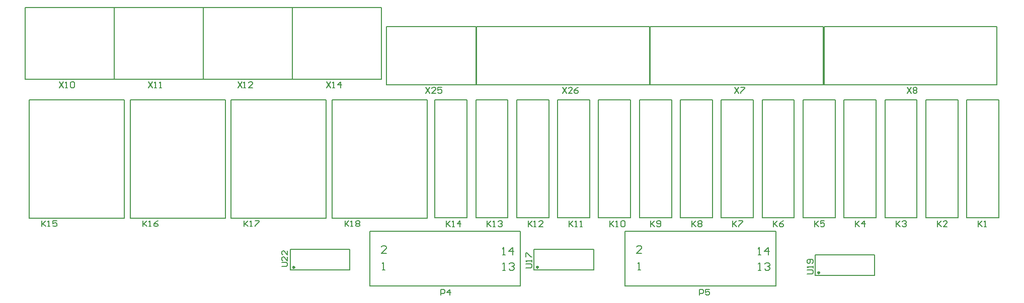
<source format=gbr>
%FSTAX42Y42*%
%MOMM*%
%SFA1B1*%

%IPPOS*%
%ADD24C,0.250000*%
%ADD25C,0.200000*%
%ADD26C,0.200000*%
%LNpcb_monitoring_bott_back-1*%
%LPD*%
G54D24*
X00053Y000076D02*
D01*
X00053Y000077*
X00053Y000078*
X00053Y000079*
X00053Y00008*
X00053Y000081*
X000529Y000081*
X000529Y000082*
X000529Y000083*
X000528Y000084*
X000528Y000084*
X000527Y000085*
X000527Y000085*
X000526Y000086*
X000525Y000086*
X000524Y000087*
X000524Y000087*
X000523Y000088*
X000522Y000088*
X000521Y000088*
X000521Y000088*
X00052Y000088*
X000519Y000088*
X000518*
X000517Y000088*
X000516Y000088*
X000516Y000088*
X000515Y000088*
X000514Y000088*
X000513Y000087*
X000512Y000087*
X000512Y000086*
X000511Y000086*
X00051Y000085*
X00051Y000085*
X000509Y000084*
X000509Y000084*
X000508Y000083*
X000508Y000082*
X000508Y000081*
X000507Y000081*
X000507Y00008*
X000507Y000079*
X000507Y000078*
X000507Y000077*
X000506Y000076*
X000507Y000076*
X000507Y000075*
X000507Y000074*
X000507Y000073*
X000507Y000072*
X000508Y000072*
X000508Y000071*
X000508Y00007*
X000509Y000069*
X000509Y000069*
X00051Y000068*
X00051Y000068*
X000511Y000067*
X000512Y000067*
X000512Y000066*
X000513Y000066*
X000514Y000065*
X000515Y000065*
X000516Y000065*
X000516Y000065*
X000517Y000065*
X000518Y000065*
X000519*
X00052Y000065*
X000521Y000065*
X000521Y000065*
X000522Y000065*
X000523Y000065*
X000524Y000066*
X000524Y000066*
X000525Y000067*
X000526Y000067*
X000527Y000068*
X000527Y000068*
X000528Y000069*
X000528Y000069*
X000529Y00007*
X000529Y000071*
X000529Y000072*
X00053Y000072*
X00053Y000073*
X00053Y000074*
X00053Y000075*
X00053Y000076*
X00053Y000076*
X00463D02*
D01*
X00463Y000077*
X00463Y000078*
X00463Y000079*
X00463Y00008*
X00463Y000081*
X004629Y000081*
X004629Y000082*
X004629Y000083*
X004628Y000084*
X004628Y000084*
X004627Y000085*
X004627Y000085*
X004626Y000086*
X004625Y000086*
X004624Y000087*
X004624Y000087*
X004623Y000088*
X004622Y000088*
X004621Y000088*
X004621Y000088*
X00462Y000088*
X004619Y000088*
X004618*
X004617Y000088*
X004616Y000088*
X004616Y000088*
X004615Y000088*
X004614Y000088*
X004613Y000087*
X004612Y000087*
X004612Y000086*
X004611Y000086*
X00461Y000085*
X00461Y000085*
X004609Y000084*
X004609Y000084*
X004608Y000083*
X004608Y000082*
X004608Y000081*
X004607Y000081*
X004607Y00008*
X004607Y000079*
X004607Y000078*
X004607Y000077*
X004606Y000076*
X004607Y000076*
X004607Y000075*
X004607Y000074*
X004607Y000073*
X004607Y000072*
X004608Y000072*
X004608Y000071*
X004608Y00007*
X004609Y000069*
X004609Y000069*
X00461Y000068*
X00461Y000068*
X004611Y000067*
X004612Y000067*
X004612Y000066*
X004613Y000066*
X004614Y000065*
X004615Y000065*
X004616Y000065*
X004616Y000065*
X004617Y000065*
X004618Y000065*
X004619*
X00462Y000065*
X004621Y000065*
X004621Y000065*
X004622Y000065*
X004623Y000065*
X004624Y000066*
X004624Y000066*
X004625Y000067*
X004626Y000067*
X004627Y000068*
X004627Y000068*
X004628Y000069*
X004628Y000069*
X004629Y00007*
X004629Y000071*
X004629Y000072*
X00463Y000072*
X00463Y000073*
X00463Y000074*
X00463Y000075*
X00463Y000076*
X00463Y000076*
X009363Y-000017D02*
D01*
X009363Y-000017*
X009363Y-000016*
X009363Y-000015*
X009363Y-000014*
X009363Y-000013*
X009362Y-000013*
X009362Y-000012*
X009362Y-000011*
X009361Y-00001*
X009361Y-00001*
X00936Y-000009*
X00936Y-000009*
X009359Y-000008*
X009358Y-000008*
X009357Y-000007*
X009357Y-000007*
X009356Y-000006*
X009355Y-000006*
X009354Y-000006*
X009354Y-000006*
X009353Y-000006*
X009352Y-000006*
X009351*
X00935Y-000006*
X009349Y-000006*
X009349Y-000006*
X009348Y-000006*
X009347Y-000006*
X009346Y-000007*
X009345Y-000007*
X009345Y-000008*
X009344Y-000008*
X009343Y-000009*
X009343Y-000009*
X009342Y-00001*
X009342Y-00001*
X009341Y-000011*
X009341Y-000012*
X009341Y-000013*
X00934Y-000013*
X00934Y-000014*
X00934Y-000015*
X00934Y-000016*
X00934Y-000017*
X009339Y-000017*
X00934Y-000018*
X00934Y-000019*
X00934Y-00002*
X00934Y-000021*
X00934Y-000022*
X009341Y-000022*
X009341Y-000023*
X009341Y-000024*
X009342Y-000025*
X009342Y-000025*
X009343Y-000026*
X009343Y-000026*
X009344Y-000027*
X009345Y-000027*
X009345Y-000028*
X009346Y-000028*
X009347Y-000029*
X009348Y-000029*
X009349Y-000029*
X009349Y-000029*
X00935Y-000029*
X009351Y-000029*
X009352*
X009353Y-000029*
X009354Y-000029*
X009354Y-000029*
X009355Y-000029*
X009356Y-000029*
X009357Y-000028*
X009357Y-000028*
X009358Y-000027*
X009359Y-000027*
X00936Y-000026*
X00936Y-000026*
X009361Y-000025*
X009361Y-000025*
X009362Y-000024*
X009362Y-000023*
X009362Y-000022*
X009363Y-000022*
X009363Y-000021*
X009363Y-00002*
X009363Y-000019*
X009363Y-000018*
X009363Y-000017*
G54D25*
X001999Y003242D02*
Y004452D01*
X000499D02*
X001999D01*
X000499Y003242D02*
Y004452D01*
Y003242D02*
X001999D01*
X000499D02*
Y004452D01*
X-000999D02*
X000499D01*
X-000999Y003242D02*
Y004452D01*
Y003242D02*
X000499D01*
X-000999D02*
Y004452D01*
X-002499D02*
X-000999D01*
X-002499Y003242D02*
Y004452D01*
Y003242D02*
X-000999D01*
X-002499D02*
Y004452D01*
X-003999D02*
X-002499D01*
X-003999Y003242D02*
Y004452D01*
Y003242D02*
X-002499D01*
X001168Y000901D02*
Y002901D01*
X002768*
Y000901D02*
Y002901D01*
X001168Y000901D02*
X002768D01*
X-00053D02*
Y002901D01*
X001068*
Y000901D02*
Y002901D01*
X-00053Y000901D02*
X001068D01*
X-00223D02*
Y002901D01*
X-00063*
Y000901D02*
Y002901D01*
X-00223Y000901D02*
X-00063D01*
X-00393D02*
Y002901D01*
X-00233*
Y000901D02*
Y002901D01*
X-00393Y000901D02*
X-00233D01*
X003438Y000906D02*
Y002896D01*
X002898Y000906D02*
X003438D01*
X002898Y002896D02*
X003438D01*
X002898Y000906D02*
Y002896D01*
X004126Y000906D02*
Y002896D01*
X003586Y000906D02*
X004126D01*
X003586Y002896D02*
X004126D01*
X003586Y000906D02*
Y002896D01*
X004815Y000906D02*
Y002896D01*
X004275Y000906D02*
X004815D01*
X004275Y002896D02*
X004815D01*
X004275Y000906D02*
Y002896D01*
X005503Y000906D02*
Y002896D01*
X004963Y000906D02*
X005503D01*
X004963Y002896D02*
X005503D01*
X004963Y000906D02*
Y002896D01*
X006191Y000906D02*
Y002896D01*
X005651Y000906D02*
X006191D01*
X005651Y002896D02*
X006191D01*
X005651Y000906D02*
Y002896D01*
X00688Y000906D02*
Y002896D01*
X00634Y000906D02*
X00688D01*
X00634Y002896D02*
X00688D01*
X00634Y000906D02*
Y002896D01*
X007568Y000906D02*
Y002896D01*
X007028Y000906D02*
X007568D01*
X007028Y002896D02*
X007568D01*
X007028Y000906D02*
Y002896D01*
X008257Y000906D02*
Y002896D01*
X007717Y000906D02*
X008257D01*
X007717Y002896D02*
X008257D01*
X007717Y000906D02*
Y002896D01*
X009634Y000906D02*
Y002896D01*
X009094Y000906D02*
X009634D01*
X009094Y002896D02*
X009634D01*
X009094Y000906D02*
Y002896D01*
X010322Y000906D02*
Y002896D01*
X009782Y000906D02*
X010322D01*
X009782Y002896D02*
X010322D01*
X009782Y000906D02*
Y002896D01*
X011011Y000906D02*
Y002896D01*
X010471Y000906D02*
X011011D01*
X010471Y002896D02*
X011011D01*
X010471Y000906D02*
Y002896D01*
X011699Y000906D02*
Y002896D01*
X011159Y000906D02*
X011699D01*
X011159Y002896D02*
X011699D01*
X011159Y000906D02*
Y002896D01*
X012388Y000906D02*
Y002896D01*
X011848Y000906D02*
X012388D01*
X011848Y002896D02*
X012388D01*
X011848Y000906D02*
Y002896D01*
X004336Y-000247D02*
Y000676D01*
X0018Y-000247D02*
X004336D01*
X0018D02*
Y000676D01*
X004336*
X008636Y-000247D02*
Y000676D01*
X0061Y-000247D02*
X008636D01*
X0061D02*
Y000676D01*
X008636*
X000468Y000026D02*
X001468D01*
X000468Y000376D02*
X001468D01*
X000468Y000026D02*
Y000376D01*
X001468Y000026D02*
Y000376D01*
X004568Y000026D02*
X005568D01*
X004568Y000376D02*
X005568D01*
X004568Y000026D02*
Y000376D01*
X005568Y000026D02*
Y000376D01*
X0093Y-000067D02*
X0103D01*
X0093Y000281D02*
X0103D01*
X0093Y-000067D02*
Y000281D01*
X0103Y-000067D02*
Y000281D01*
X002082Y004134D02*
X002434D01*
X002082Y003154D02*
Y004134D01*
Y003154D02*
X003591D01*
Y004134*
X002434D02*
X003591D01*
X003602Y003154D02*
Y004134D01*
Y003154D02*
X006511D01*
Y004134*
X003602D02*
X006511D01*
X006522Y003154D02*
Y004134D01*
Y003154D02*
X009432D01*
Y004134*
X006522D02*
X009432D01*
X009447Y003154D02*
Y004134D01*
Y003154D02*
X012357D01*
Y004134*
X009447D02*
X012357D01*
X008945Y000906D02*
Y002896D01*
X008405Y000906D02*
X008945D01*
X008405Y002896D02*
X008945D01*
X008405D02*
Y000906D01*
X001079Y003202D02*
X001145Y003102D01*
Y003202D02*
X001079Y003102D01*
X001179D02*
X001212D01*
X001195*
Y003202*
X001179Y003186*
X001312Y003102D02*
Y003202D01*
X001262Y003152*
X001329*
X-000418Y003202D02*
X-000351Y003102D01*
Y003202D02*
X-000418Y003102D01*
X-000318D02*
X-000285D01*
X-000301*
Y003202*
X-000318Y003186*
X-000168Y003102D02*
X-000235D01*
X-000168Y003169*
Y003186*
X-000185Y003202*
X-000218*
X-000235Y003186*
X-001919Y003202D02*
X-001852Y003102D01*
Y003202D02*
X-001919Y003102D01*
X-001819D02*
X-001786D01*
X-001802*
Y003202*
X-001819Y003186*
X-001736Y003102D02*
X-001702D01*
X-001719*
Y003202*
X-001736Y003186*
X-00342Y003202D02*
X-003354Y003102D01*
Y003202D02*
X-00342Y003102D01*
X-00332D02*
X-003287D01*
X-003304*
Y003202*
X-00332Y003186*
X-003237D02*
X-00322Y003202D01*
X-003187*
X-00317Y003186*
Y003119*
X-003187Y003102*
X-00322*
X-003237Y003119*
Y003186*
X010844Y003109D02*
X010911Y003009D01*
Y003109D02*
X010844Y003009D01*
X010944Y003092D02*
X010961Y003109D01*
X010994*
X011011Y003092*
Y003076*
X010994Y003059*
X011011Y003042*
Y003026*
X010994Y003009*
X010961*
X010944Y003026*
Y003042*
X010961Y003059*
X010944Y003076*
Y003092*
X010961Y003059D02*
X010994D01*
X007944Y003109D02*
X008011Y003009D01*
Y003109D02*
X007944Y003009D01*
X008044Y003109D02*
X008111D01*
Y003092*
X008044Y003026*
Y003009*
X000319Y000084D02*
X000402D01*
X000419Y000101*
Y000134*
X000402Y000151*
X000319*
X000419Y000251D02*
Y000184D01*
X000352Y000251*
X000336*
X000319Y000234*
Y000201*
X000336Y000184*
X000419Y000351D02*
Y000284D01*
X000352Y000351*
X000336*
X000319Y000334*
Y000301*
X000336Y000284*
X009162Y-000039D02*
X009245D01*
X009261Y-000022*
Y000009*
X009245Y000026*
X009162*
X009261Y000059D02*
Y000092D01*
Y000076*
X009162*
X009178Y000059*
X009245Y000142D02*
X009261Y000159D01*
Y000192*
X009245Y000209*
X009178*
X009162Y000192*
Y000159*
X009178Y000142*
X009195*
X009212Y000159*
Y000209*
X004429Y000064D02*
X004512D01*
X004529Y000081*
Y000114*
X004512Y000131*
X004429*
X004529Y000164D02*
Y000197D01*
Y000181*
X004429*
X004446Y000164*
X004429Y000247D02*
Y000314D01*
X004446*
X004512Y000247*
X004529*
X001385Y000861D02*
Y000762D01*
Y000794*
X001452Y000861*
X001402Y000811*
X001452Y000762*
X001485D02*
X001518D01*
X001502*
Y000861*
X001485Y000844*
X001568D02*
X001585Y000861D01*
X001618*
X001635Y000844*
Y000827*
X001618Y000811*
X001635Y000794*
Y000777*
X001618Y000762*
X001585*
X001568Y000777*
Y000794*
X001585Y000811*
X001568Y000827*
Y000844*
X001585Y000811D02*
X001618D01*
X-000312Y000861D02*
Y000762D01*
Y000794*
X-000246Y000861*
X-000296Y000811*
X-000246Y000762*
X-000212D02*
X-000179D01*
X-000196*
Y000861*
X-000212Y000844*
X-000129Y000861D02*
X-000062D01*
Y000844*
X-000129Y000777*
Y000762*
X-002014Y000861D02*
Y000762D01*
Y000794*
X-001947Y000861*
X-001997Y000811*
X-001947Y000762*
X-001914D02*
X-001881D01*
X-001898*
Y000861*
X-001914Y000844*
X-001764Y000861D02*
X-001798Y000844D01*
X-001831Y000811*
Y000777*
X-001814Y000762*
X-001781*
X-001764Y000777*
Y000794*
X-001781Y000811*
X-001831*
X-003713Y000861D02*
Y000762D01*
Y000794*
X-003647Y000861*
X-003697Y000811*
X-003647Y000762*
X-003613D02*
X-00358D01*
X-003597*
Y000861*
X-003613Y000844*
X-003463Y000861D02*
X-00353D01*
Y000811*
X-003497Y000827*
X-00348*
X-003463Y000811*
Y000777*
X-00348Y000762*
X-003513*
X-00353Y000777*
X00309Y000855D02*
Y000755D01*
Y000789*
X003156Y000855*
X003106Y000805*
X003156Y000755*
X00319D02*
X003223D01*
X003206*
Y000855*
X00319Y000839*
X003323Y000755D02*
Y000855D01*
X003273Y000805*
X00334*
X003778Y000855D02*
Y000755D01*
Y000789*
X003844Y000855*
X003794Y000805*
X003844Y000755*
X003878D02*
X003911D01*
X003894*
Y000855*
X003878Y000839*
X003961D02*
X003977Y000855D01*
X004011*
X004027Y000839*
Y000822*
X004011Y000805*
X003994*
X004011*
X004027Y000789*
Y000772*
X004011Y000755*
X003977*
X003961Y000772*
X004468Y000855D02*
Y000755D01*
Y000789*
X004535Y000855*
X004485Y000805*
X004535Y000755*
X004568D02*
X004601D01*
X004585*
Y000855*
X004568Y000839*
X004718Y000755D02*
X004651D01*
X004718Y000822*
Y000839*
X004701Y000855*
X004668*
X004651Y000839*
X005156Y000855D02*
Y000755D01*
Y000789*
X005223Y000855*
X005173Y000805*
X005223Y000755*
X005256D02*
X005289D01*
X005273*
Y000855*
X005256Y000839*
X005339Y000755D02*
X005373D01*
X005356*
Y000855*
X005339Y000839*
X005844Y000855D02*
Y000755D01*
Y000789*
X00591Y000855*
X00586Y000805*
X00591Y000755*
X005944D02*
X005977D01*
X00596*
Y000855*
X005944Y000839*
X006027D02*
X006044Y000855D01*
X006077*
X006094Y000839*
Y000772*
X006077Y000755*
X006044*
X006027Y000772*
Y000839*
X006532Y000855D02*
Y000755D01*
Y000789*
X006598Y000855*
X006548Y000805*
X006598Y000755*
X006632Y000772D02*
X006648Y000755D01*
X006682*
X006698Y000772*
Y000839*
X006682Y000855*
X006648*
X006632Y000839*
Y000822*
X006648Y000805*
X006698*
X007222Y000855D02*
Y000755D01*
Y000789*
X007289Y000855*
X007239Y000805*
X007289Y000755*
X007322Y000839D02*
X007339Y000855D01*
X007372*
X007389Y000839*
Y000822*
X007372Y000805*
X007389Y000789*
Y000772*
X007372Y000755*
X007339*
X007322Y000772*
Y000789*
X007339Y000805*
X007322Y000822*
Y000839*
X007339Y000805D02*
X007372D01*
X00791Y000855D02*
Y000755D01*
Y000789*
X007977Y000855*
X007927Y000805*
X007977Y000755*
X00801Y000855D02*
X008077D01*
Y000839*
X00801Y000772*
Y000755*
X009286Y000855D02*
Y000755D01*
Y000789*
X009352Y000855*
X009303Y000805*
X009352Y000755*
X009452Y000855D02*
X009386D01*
Y000805*
X009419Y000822*
X009436*
X009452Y000805*
Y000772*
X009436Y000755*
X009402*
X009386Y000772*
X009974Y000855D02*
Y000755D01*
Y000789*
X01004Y000855*
X00999Y000805*
X01004Y000755*
X010124D02*
Y000855D01*
X010074Y000805*
X01014*
X010664Y000855D02*
Y000755D01*
Y000789*
X010731Y000855*
X010681Y000805*
X010731Y000755*
X010764Y000839D02*
X010781Y000855D01*
X010814*
X010831Y000839*
Y000822*
X010814Y000805*
X010797*
X010814*
X010831Y000789*
Y000772*
X010814Y000755*
X010781*
X010764Y000772*
X011352Y000855D02*
Y000755D01*
Y000789*
X011419Y000855*
X011369Y000805*
X011419Y000755*
X011519D02*
X011452D01*
X011519Y000822*
Y000839*
X011502Y000855*
X011469*
X011452Y000839*
X01204Y000855D02*
Y000755D01*
Y000789*
X012107Y000855*
X012057Y000805*
X012107Y000755*
X01214D02*
X012173D01*
X012157*
Y000855*
X01214Y000839*
X002999Y-000399D02*
Y-000299D01*
X003049*
X003066Y-000316*
Y-000349*
X003049Y-000366*
X002999*
X003149Y-000399D02*
Y-000299D01*
X003099Y-000349*
X003166*
X007349Y-000399D02*
Y-000299D01*
X007399*
X007416Y-000316*
Y-000349*
X007399Y-000366*
X007349*
X007516Y-000299D02*
X007449D01*
Y-000349*
X007482Y-000332*
X007499*
X007516Y-000349*
Y-000382*
X007499Y-000399*
X007466*
X007449Y-000382*
X002744Y003109D02*
X002811Y003009D01*
Y003109D02*
X002744Y003009D01*
X002911D02*
X002844D01*
X002911Y003076*
Y003092*
X002894Y003109*
X002861*
X002844Y003092*
X003011Y003109D02*
X002944D01*
Y003059*
X002977Y003076*
X002994*
X003011Y003059*
Y003026*
X002994Y003009*
X002961*
X002944Y003026*
X005044Y003109D02*
X005111Y003009D01*
Y003109D02*
X005044Y003009D01*
X005211D02*
X005144D01*
X005211Y003076*
Y003092*
X005194Y003109*
X005161*
X005144Y003092*
X005311Y003109D02*
X005277Y003092D01*
X005244Y003059*
Y003026*
X005261Y003009*
X005294*
X005311Y003026*
Y003042*
X005294Y003059*
X005244*
X008598Y000855D02*
Y000755D01*
Y000789*
X008665Y000855*
X008615Y000805*
X008665Y000755*
X008765Y000855D02*
X008731Y000839D01*
X008698Y000805*
Y000772*
X008715Y000755*
X008748*
X008765Y000772*
Y000789*
X008748Y000805*
X008698*
G54D26*
X002015Y000031D02*
X002057D01*
X002036*
Y000158*
X002015Y000137*
X002079Y000311D02*
X001995D01*
X002079Y000396*
Y000417*
X002058Y000438*
X002016*
X001995Y000417*
X004041Y000021D02*
X004083D01*
X004062*
Y000148*
X004041Y000127*
X004146D02*
X004168Y000148D01*
X00421*
X004231Y000127*
Y000106*
X00421Y000085*
X004189*
X00421*
X004231Y000064*
Y000043*
X00421Y000021*
X004168*
X004146Y000043*
X004038Y000281D02*
X00408D01*
X004059*
Y000408*
X004038Y000387*
X004207Y000281D02*
Y000408D01*
X004144Y000345*
X004229*
X006315Y000031D02*
X006357D01*
X006336*
Y000158*
X006315Y000137*
X006379Y000311D02*
X006295D01*
X006379Y000396*
Y000417*
X006358Y000438*
X006316*
X006295Y000417*
X008341Y000021D02*
X008383D01*
X008362*
Y000148*
X008341Y000127*
X008446D02*
X008468Y000148D01*
X00851*
X008531Y000127*
Y000106*
X00851Y000085*
X008489*
X00851*
X008531Y000064*
Y000043*
X00851Y000021*
X008468*
X008446Y000043*
X008338Y000281D02*
X00838D01*
X008359*
Y000408*
X008338Y000387*
X008507Y000281D02*
Y000408D01*
X008444Y000345*
X008529*
M02*
</source>
